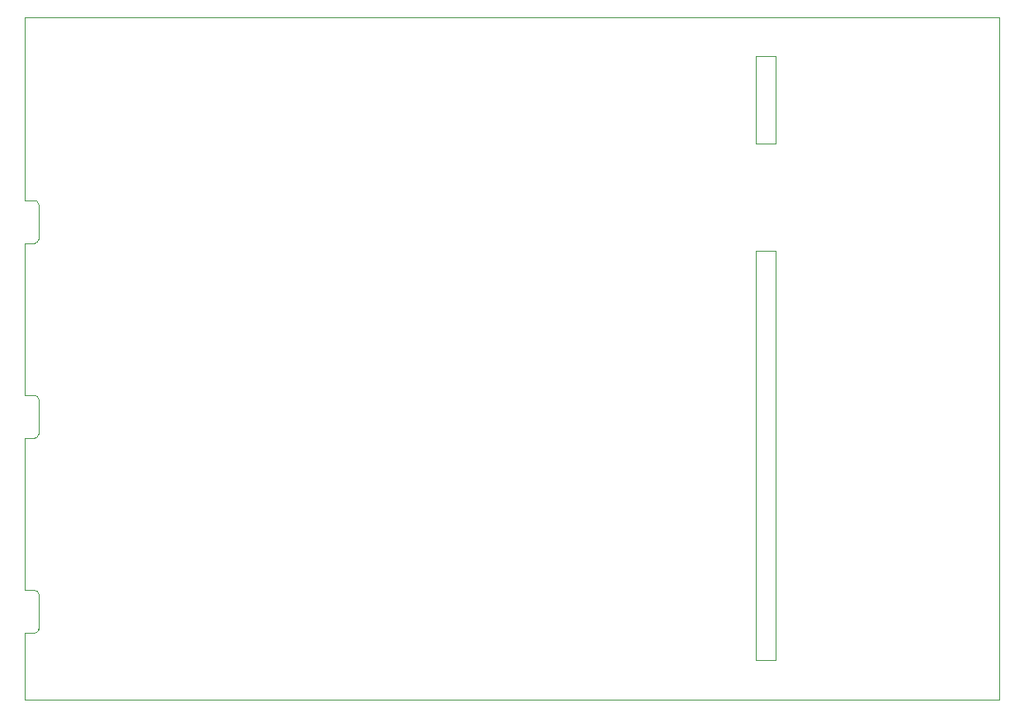
<source format=gbr>
%TF.GenerationSoftware,KiCad,Pcbnew,(6.0.5)*%
%TF.CreationDate,2023-03-15T22:14:50+00:00*%
%TF.ProjectId,XiaoSynthBoard,5869616f-5379-46e7-9468-426f6172642e,rev?*%
%TF.SameCoordinates,Original*%
%TF.FileFunction,Profile,NP*%
%FSLAX46Y46*%
G04 Gerber Fmt 4.6, Leading zero omitted, Abs format (unit mm)*
G04 Created by KiCad (PCBNEW (6.0.5)) date 2023-03-15 22:14:50*
%MOMM*%
%LPD*%
G01*
G04 APERTURE LIST*
%TA.AperFunction,Profile*%
%ADD10C,0.100000*%
%TD*%
%TA.AperFunction,Profile*%
%ADD11C,0.120000*%
%TD*%
G04 APERTURE END LIST*
D10*
X125000000Y-54000000D02*
X127000000Y-54000000D01*
X127000000Y-54000000D02*
X127000000Y-63000000D01*
X127000000Y-63000000D02*
X125000000Y-63000000D01*
X125000000Y-63000000D02*
X125000000Y-54000000D01*
X125000000Y-74000000D02*
X127000000Y-74000000D01*
X127000000Y-74000000D02*
X127000000Y-116000000D01*
X127000000Y-116000000D02*
X125000000Y-116000000D01*
X125000000Y-116000000D02*
X125000000Y-74000000D01*
X50000000Y-64500000D02*
X50000000Y-58500000D01*
X50000000Y-84500000D02*
X50000000Y-78500000D01*
X50000000Y-102500000D02*
X50000000Y-104500000D01*
X50000000Y-117500000D02*
X50000000Y-120000000D01*
X50000000Y-50000000D02*
X50000000Y-58500000D01*
X150000000Y-50000000D02*
X50000000Y-50000000D01*
X150000000Y-120000000D02*
X150000000Y-50000000D01*
X50000000Y-120000000D02*
X150000000Y-120000000D01*
X50000000Y-97500000D02*
X50000000Y-102500000D01*
X50000000Y-77500000D02*
X50000000Y-78500000D01*
D11*
%TO.C,J1*%
X51000000Y-73200000D02*
G75*
G03*
X51400000Y-72800000I0J400000D01*
G01*
X51400000Y-69200000D02*
G75*
G03*
X51000000Y-68800000I-400002J-2D01*
G01*
X50000000Y-68800000D02*
X50000000Y-64500000D01*
X51000000Y-73200000D02*
X50000000Y-73200000D01*
X51000000Y-68800000D02*
X50000000Y-68800000D01*
X50000000Y-73200000D02*
X50000000Y-77500000D01*
X51400000Y-72800000D02*
X51400000Y-69200000D01*
%TO.C,J2*%
X51000000Y-93200000D02*
G75*
G03*
X51400000Y-92800000I0J400000D01*
G01*
X51400000Y-89200000D02*
G75*
G03*
X51000000Y-88800000I-400002J-2D01*
G01*
X51000000Y-93200000D02*
X50000000Y-93200000D01*
X51400000Y-92800000D02*
X51400000Y-89200000D01*
X51000000Y-88800000D02*
X50000000Y-88800000D01*
X50000000Y-88800000D02*
X50000000Y-84500000D01*
X50000000Y-93200000D02*
X50000000Y-97500000D01*
%TO.C,J12*%
X51400000Y-109200000D02*
G75*
G03*
X51000000Y-108800000I-400002J-2D01*
G01*
X51000000Y-113200000D02*
G75*
G03*
X51400000Y-112800000I0J400000D01*
G01*
X51000000Y-113200000D02*
X50000000Y-113200000D01*
X51000000Y-108800000D02*
X50000000Y-108800000D01*
X50000000Y-108800000D02*
X50000000Y-104500000D01*
X50000000Y-113200000D02*
X50000000Y-117500000D01*
X51400000Y-112800000D02*
X51400000Y-109200000D01*
%TD*%
M02*

</source>
